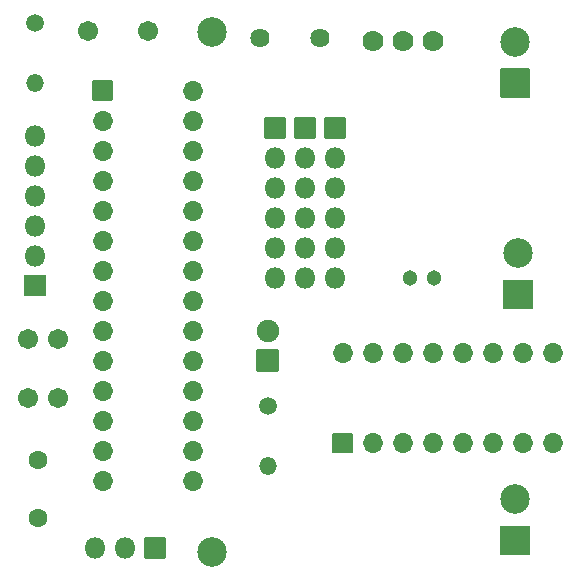
<source format=gts>
G04 #@! TF.GenerationSoftware,KiCad,Pcbnew,(5.1.8)-1*
G04 #@! TF.CreationDate,2021-03-23T12:44:49+01:00*
G04 #@! TF.ProjectId,MicoBot1,4d69636f-426f-4743-912e-6b696361645f,rev?*
G04 #@! TF.SameCoordinates,Original*
G04 #@! TF.FileFunction,Soldermask,Top*
G04 #@! TF.FilePolarity,Negative*
%FSLAX46Y46*%
G04 Gerber Fmt 4.6, Leading zero omitted, Abs format (unit mm)*
G04 Created by KiCad (PCBNEW (5.1.8)-1) date 2021-03-23 12:44:49*
%MOMM*%
%LPD*%
G01*
G04 APERTURE LIST*
%ADD10C,2.502000*%
%ADD11O,1.702000X1.702000*%
%ADD12C,1.626000*%
%ADD13C,1.778400*%
%ADD14C,1.502000*%
%ADD15O,1.502000X1.502000*%
%ADD16C,1.902000*%
%ADD17C,1.702000*%
%ADD18C,1.602000*%
%ADD19C,1.302000*%
%ADD20O,1.802000X1.802000*%
G04 APERTURE END LIST*
D10*
X118500000Y-147000000D03*
X118500000Y-103000000D03*
G36*
G01*
X108369000Y-108750000D02*
X108369000Y-107150000D01*
G75*
G02*
X108420000Y-107099000I51000J0D01*
G01*
X110020000Y-107099000D01*
G75*
G02*
X110071000Y-107150000I0J-51000D01*
G01*
X110071000Y-108750000D01*
G75*
G02*
X110020000Y-108801000I-51000J0D01*
G01*
X108420000Y-108801000D01*
G75*
G02*
X108369000Y-108750000I0J51000D01*
G01*
G37*
D11*
X116840000Y-140970000D03*
X109220000Y-110490000D03*
X116840000Y-138430000D03*
X109220000Y-113030000D03*
X116840000Y-135890000D03*
X109220000Y-115570000D03*
X116840000Y-133350000D03*
X109220000Y-118110000D03*
X116840000Y-130810000D03*
X109220000Y-120650000D03*
X116840000Y-128270000D03*
X109220000Y-123190000D03*
X116840000Y-125730000D03*
X109220000Y-125730000D03*
X116840000Y-123190000D03*
X109220000Y-128270000D03*
X116840000Y-120650000D03*
X109220000Y-130810000D03*
X116840000Y-118110000D03*
X109220000Y-133350000D03*
X116840000Y-115570000D03*
X109220000Y-135890000D03*
X116840000Y-113030000D03*
X109220000Y-138430000D03*
X116840000Y-110490000D03*
X109220000Y-140970000D03*
X116840000Y-107950000D03*
G36*
G01*
X130340000Y-138646000D02*
X128740000Y-138646000D01*
G75*
G02*
X128689000Y-138595000I0J51000D01*
G01*
X128689000Y-136995000D01*
G75*
G02*
X128740000Y-136944000I51000J0D01*
G01*
X130340000Y-136944000D01*
G75*
G02*
X130391000Y-136995000I0J-51000D01*
G01*
X130391000Y-138595000D01*
G75*
G02*
X130340000Y-138646000I-51000J0D01*
G01*
G37*
X147320000Y-130175000D03*
X132080000Y-137795000D03*
X144780000Y-130175000D03*
X134620000Y-137795000D03*
X142240000Y-130175000D03*
X137160000Y-137795000D03*
X139700000Y-130175000D03*
X139700000Y-137795000D03*
X137160000Y-130175000D03*
X142240000Y-137795000D03*
X134620000Y-130175000D03*
X144780000Y-137795000D03*
X132080000Y-130175000D03*
X147320000Y-137795000D03*
X129540000Y-130175000D03*
D12*
X122555000Y-103505000D03*
X127635000Y-103505000D03*
D13*
X132080000Y-103759000D03*
X137160000Y-103759000D03*
X134620000Y-103759000D03*
D14*
X123190000Y-134620000D03*
D15*
X123190000Y-139700000D03*
G36*
G01*
X124090000Y-131761000D02*
X122290000Y-131761000D01*
G75*
G02*
X122239000Y-131710000I0J51000D01*
G01*
X122239000Y-129910000D01*
G75*
G02*
X122290000Y-129859000I51000J0D01*
G01*
X124090000Y-129859000D01*
G75*
G02*
X124141000Y-129910000I0J-51000D01*
G01*
X124141000Y-131710000D01*
G75*
G02*
X124090000Y-131761000I-51000J0D01*
G01*
G37*
D16*
X123190000Y-128270000D03*
D17*
X105410000Y-133985000D03*
X105410000Y-128985000D03*
X102870000Y-128985000D03*
X102870000Y-133985000D03*
X113030000Y-102870000D03*
X108030000Y-102870000D03*
D14*
X103505000Y-102235000D03*
D15*
X103505000Y-107315000D03*
D18*
X103759000Y-144145000D03*
X103759000Y-139265000D03*
D19*
X135255000Y-123825000D03*
X137255000Y-123825000D03*
G36*
G01*
X145345000Y-108566000D02*
X142945000Y-108566000D01*
G75*
G02*
X142894000Y-108515000I0J51000D01*
G01*
X142894000Y-106115000D01*
G75*
G02*
X142945000Y-106064000I51000J0D01*
G01*
X145345000Y-106064000D01*
G75*
G02*
X145396000Y-106115000I0J-51000D01*
G01*
X145396000Y-108515000D01*
G75*
G02*
X145345000Y-108566000I-51000J0D01*
G01*
G37*
D10*
X144145000Y-103815000D03*
G36*
G01*
X145345000Y-147301000D02*
X142945000Y-147301000D01*
G75*
G02*
X142894000Y-147250000I0J51000D01*
G01*
X142894000Y-144850000D01*
G75*
G02*
X142945000Y-144799000I51000J0D01*
G01*
X145345000Y-144799000D01*
G75*
G02*
X145396000Y-144850000I0J-51000D01*
G01*
X145396000Y-147250000D01*
G75*
G02*
X145345000Y-147301000I-51000J0D01*
G01*
G37*
X144145000Y-142550000D03*
X144399000Y-121722000D03*
G36*
G01*
X145599000Y-126473000D02*
X143199000Y-126473000D01*
G75*
G02*
X143148000Y-126422000I0J51000D01*
G01*
X143148000Y-124022000D01*
G75*
G02*
X143199000Y-123971000I51000J0D01*
G01*
X145599000Y-123971000D01*
G75*
G02*
X145650000Y-124022000I0J-51000D01*
G01*
X145650000Y-126422000D01*
G75*
G02*
X145599000Y-126473000I-51000J0D01*
G01*
G37*
G36*
G01*
X122924000Y-111975000D02*
X122924000Y-110275000D01*
G75*
G02*
X122975000Y-110224000I51000J0D01*
G01*
X124675000Y-110224000D01*
G75*
G02*
X124726000Y-110275000I0J-51000D01*
G01*
X124726000Y-111975000D01*
G75*
G02*
X124675000Y-112026000I-51000J0D01*
G01*
X122975000Y-112026000D01*
G75*
G02*
X122924000Y-111975000I0J51000D01*
G01*
G37*
D20*
X123825000Y-113665000D03*
X123825000Y-116205000D03*
X123825000Y-118745000D03*
X123825000Y-121285000D03*
X123825000Y-123825000D03*
G36*
G01*
X112815000Y-145784000D02*
X114515000Y-145784000D01*
G75*
G02*
X114566000Y-145835000I0J-51000D01*
G01*
X114566000Y-147535000D01*
G75*
G02*
X114515000Y-147586000I-51000J0D01*
G01*
X112815000Y-147586000D01*
G75*
G02*
X112764000Y-147535000I0J51000D01*
G01*
X112764000Y-145835000D01*
G75*
G02*
X112815000Y-145784000I51000J0D01*
G01*
G37*
X111125000Y-146685000D03*
X108585000Y-146685000D03*
X103505000Y-111760000D03*
X103505000Y-114300000D03*
X103505000Y-116840000D03*
X103505000Y-119380000D03*
X103505000Y-121920000D03*
G36*
G01*
X104406000Y-123610000D02*
X104406000Y-125310000D01*
G75*
G02*
X104355000Y-125361000I-51000J0D01*
G01*
X102655000Y-125361000D01*
G75*
G02*
X102604000Y-125310000I0J51000D01*
G01*
X102604000Y-123610000D01*
G75*
G02*
X102655000Y-123559000I51000J0D01*
G01*
X104355000Y-123559000D01*
G75*
G02*
X104406000Y-123610000I0J-51000D01*
G01*
G37*
X126365000Y-123825000D03*
X126365000Y-121285000D03*
X126365000Y-118745000D03*
X126365000Y-116205000D03*
X126365000Y-113665000D03*
G36*
G01*
X125464000Y-111975000D02*
X125464000Y-110275000D01*
G75*
G02*
X125515000Y-110224000I51000J0D01*
G01*
X127215000Y-110224000D01*
G75*
G02*
X127266000Y-110275000I0J-51000D01*
G01*
X127266000Y-111975000D01*
G75*
G02*
X127215000Y-112026000I-51000J0D01*
G01*
X125515000Y-112026000D01*
G75*
G02*
X125464000Y-111975000I0J51000D01*
G01*
G37*
G36*
G01*
X128004000Y-111975000D02*
X128004000Y-110275000D01*
G75*
G02*
X128055000Y-110224000I51000J0D01*
G01*
X129755000Y-110224000D01*
G75*
G02*
X129806000Y-110275000I0J-51000D01*
G01*
X129806000Y-111975000D01*
G75*
G02*
X129755000Y-112026000I-51000J0D01*
G01*
X128055000Y-112026000D01*
G75*
G02*
X128004000Y-111975000I0J51000D01*
G01*
G37*
X128905000Y-113665000D03*
X128905000Y-116205000D03*
X128905000Y-118745000D03*
X128905000Y-121285000D03*
X128905000Y-123825000D03*
M02*

</source>
